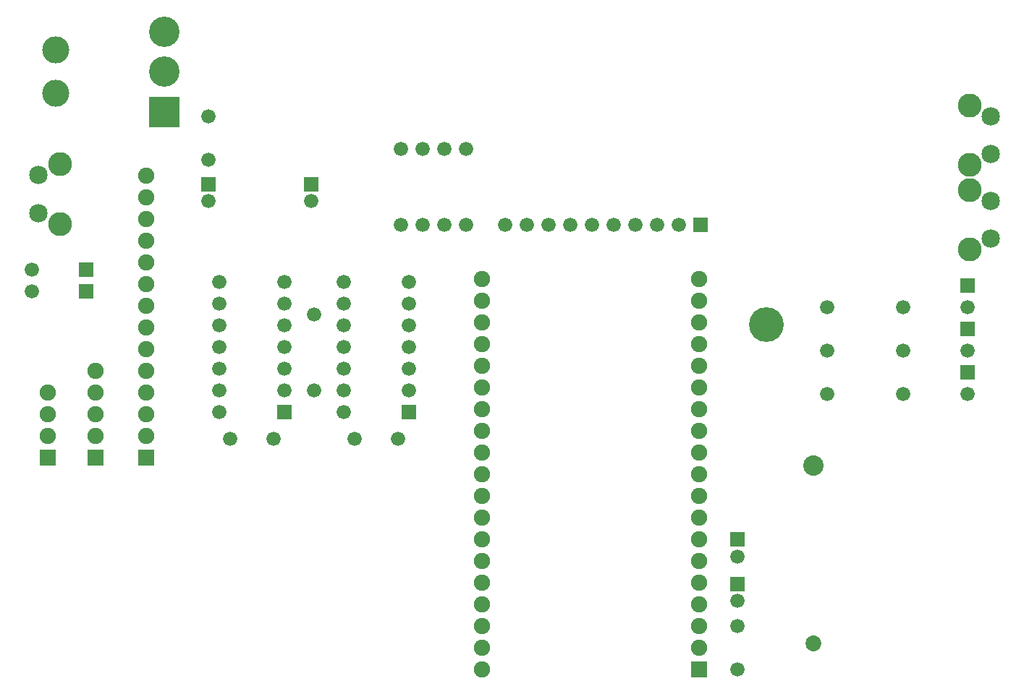
<source format=gbs>
G04*
G04 Format:               Gerber RS-274X*
G04 Export Settings:      OSH Park*
G04 Layer:                BottomSolderMask*
G04 This File Name:       576NUC_FujiNet_V1.6.gbs*
G04 Source File Name:     576NUC_FujiNet_V1.6.rrb*
G04 Unique ID:            d1145678-c053-40f8-9390-8959fa1d921f*
G04 Generated Date:       Saturday, 09 October 2021 17:44:57*
G04*
G04 Created Using:        Robot Room Copper Connection v3.0.5875*
G04 Software Contact:     http://www.robotroom.com/CopperConnection/Support.aspx*
G04 License Number:       2194*
G04*
G04 Zero Suppression:     Leading*
G04 Number Precision:     2.4*
G04*
G04 Polarity:             Negative. Dark is solderable. Clear space is coating.*
G04*
%FSLAX24Y24*%
%MOIN*%
%LNBottomSolderMask*%
%ADD10C,.066*%
%ADD11C,.073*%
%ADD12C,.075*%
%ADD13C,.085*%
%ADD14C,.094*%
%ADD15C,.11*%
%ADD16C,.125*%
%ADD17C,.14*%
%ADD18C,.16*%
%ADD19R,.006X.006*%
%ADD20R,.066X.066*%
%ADD21R,.075X.075*%
%ADD22R,.14X.14*%
D10*
G01X15620Y11290D03*
X43850Y13360D03*
Y15360D03*
X12380Y13530D03*
X43850Y17360D03*
X12380Y14530D03*
Y15530D03*
Y16530D03*
Y17530D03*
Y18530D03*
X9380D03*
Y17530D03*
Y16530D03*
Y15530D03*
Y14530D03*
Y13530D03*
Y12530D03*
X18120Y13530D03*
Y14530D03*
Y15530D03*
Y16530D03*
Y17530D03*
Y18530D03*
X15120D03*
Y17530D03*
Y16530D03*
Y15530D03*
Y14530D03*
Y13530D03*
Y12530D03*
X750Y18100D03*
X33250Y660D03*
Y2660D03*
X8880Y22240D03*
X750Y19100D03*
X13620Y22240D03*
X17620Y11290D03*
X9880D03*
X11880D03*
X8880Y24160D03*
Y26160D03*
X18750Y24660D03*
X17750D03*
Y21160D03*
X18750D03*
X19750D03*
Y24660D03*
X20750D03*
Y21160D03*
X40900Y17360D03*
X37400D03*
X40900Y15360D03*
X37400D03*
X40900Y13360D03*
X37400D03*
X30560Y21160D03*
X33250Y5870D03*
X13750Y13530D03*
Y17030D03*
X29560Y21160D03*
X28560D03*
X27560D03*
X33250Y3810D03*
X26560Y21160D03*
X25560D03*
X24560D03*
X23560D03*
X22560D03*
D11*
X36750Y1860D03*
D12*
X31500Y6660D03*
Y5660D03*
Y4660D03*
Y3660D03*
Y2660D03*
X3700Y11410D03*
X6030Y16430D03*
Y15430D03*
Y14430D03*
Y13430D03*
Y12430D03*
Y11430D03*
Y17430D03*
Y18430D03*
Y19430D03*
Y20430D03*
Y21430D03*
Y22430D03*
Y23430D03*
X31500Y1660D03*
Y7660D03*
Y8660D03*
Y9660D03*
Y10660D03*
Y11660D03*
Y12660D03*
Y13660D03*
X21500Y660D03*
X31500Y14660D03*
Y15660D03*
Y16660D03*
Y17660D03*
Y18660D03*
X21500Y1660D03*
Y2660D03*
Y3660D03*
Y4660D03*
Y5660D03*
Y6660D03*
Y7660D03*
Y8660D03*
Y9660D03*
Y10660D03*
Y11660D03*
Y12660D03*
Y13660D03*
Y14660D03*
X3700Y12410D03*
Y13410D03*
Y14410D03*
X21500Y15660D03*
Y16660D03*
Y17660D03*
Y18660D03*
X1500Y11410D03*
Y12410D03*
Y13410D03*
D13*
X1070Y23460D03*
Y21700D03*
X44930Y24410D03*
Y26170D03*
Y20510D03*
Y22270D03*
D14*
X36750Y10060D03*
D15*
X2050Y23960D03*
Y21200D03*
X43950Y23910D03*
Y26670D03*
Y20010D03*
Y22770D03*
D16*
X1850Y29210D03*
Y27210D03*
D17*
X6850Y30060D03*
Y28210D03*
D18*
X34600Y16560D03*
D20*
X31560Y21160D03*
X43850Y14360D03*
X12380Y12530D03*
X43850Y16360D03*
Y18360D03*
X18120Y12530D03*
X3250Y18100D03*
X8880Y23030D03*
X3250Y19100D03*
X13620Y23030D03*
X33250Y6660D03*
Y4600D03*
D21*
X3700Y10410D03*
X6030Y10430D03*
X31500Y660D03*
X1500Y10410D03*
D22*
X6850Y26360D03*
M02*

</source>
